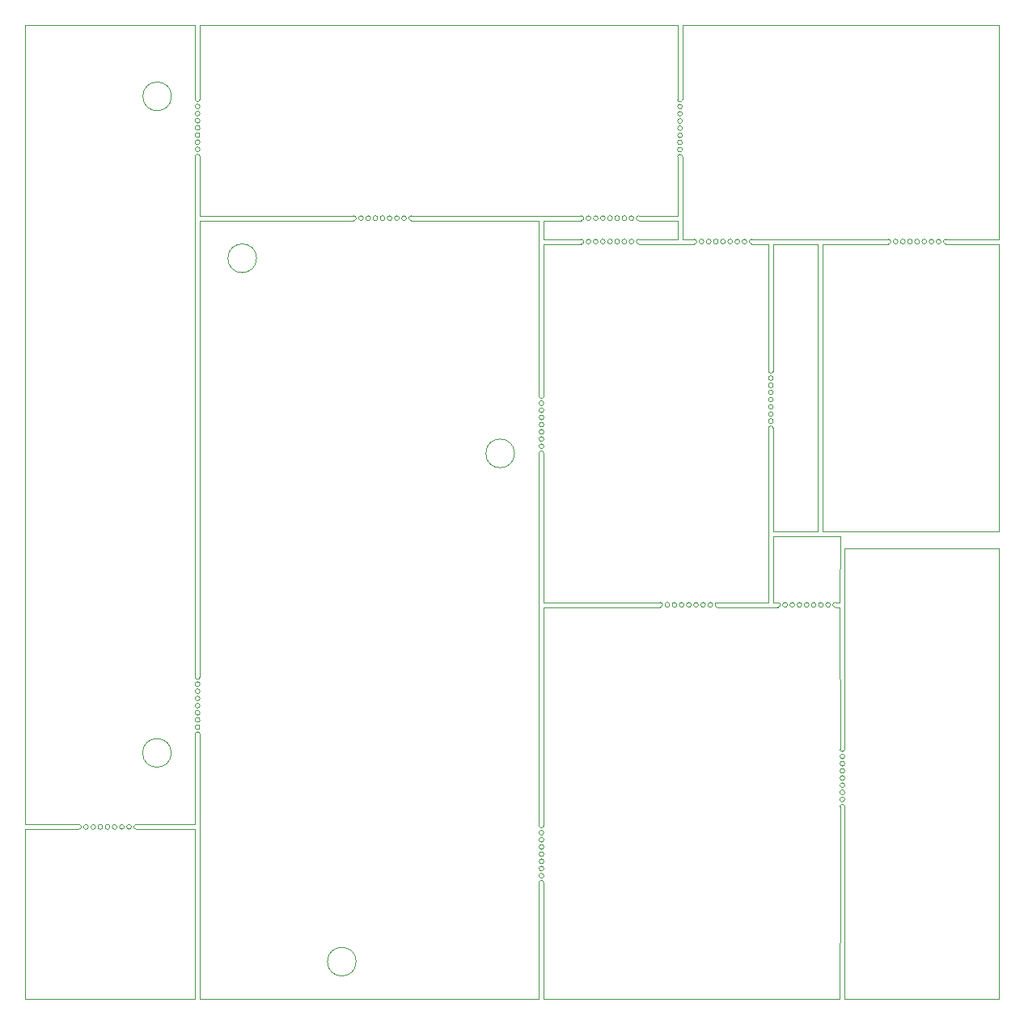
<source format=gbr>
%TF.GenerationSoftware,KiCad,Pcbnew,(6.0.5)*%
%TF.CreationDate,2023-05-31T00:43:39+03:00*%
%TF.ProjectId,JLC1,4a4c4331-2e6b-4696-9361-645f70636258,rev?*%
%TF.SameCoordinates,Original*%
%TF.FileFunction,Profile,NP*%
%FSLAX46Y46*%
G04 Gerber Fmt 4.6, Leading zero omitted, Abs format (unit mm)*
G04 Created by KiCad (PCBNEW (6.0.5)) date 2023-05-31 00:43:39*
%MOMM*%
%LPD*%
G01*
G04 APERTURE LIST*
%TA.AperFunction,Profile*%
%ADD10C,0.100000*%
%TD*%
G04 APERTURE END LIST*
D10*
X113970000Y-114395000D02*
G75*
G03*
X113970000Y-114395000I-250000J0D01*
G01*
X176320000Y-91145000D02*
G75*
G03*
X176320000Y-91145000I-250000J0D01*
G01*
X194720000Y-53370000D02*
G75*
G03*
X194720000Y-52870000I-200J250000D01*
G01*
X172645000Y-52870000D02*
X168570050Y-52870000D01*
X206320000Y-132420000D02*
X206320000Y-86370000D01*
X162570050Y-50920000D02*
G75*
G03*
X162570050Y-50420000I-50J250000D01*
G01*
X190145000Y-108519950D02*
G75*
G03*
X190145000Y-108519950I-250000J0D01*
G01*
X122645000Y-42720000D02*
G75*
G03*
X122645000Y-42720000I-250000J0D01*
G01*
X122645000Y-104695000D02*
G75*
G03*
X122145000Y-104695000I-250000J0D01*
G01*
X183145100Y-90895000D02*
X182645000Y-90895000D01*
X122645000Y-43470000D02*
G75*
G03*
X122645000Y-43470000I-250000J0D01*
G01*
X122145000Y-30420000D02*
X122145000Y-38220000D01*
X182645000Y-83445000D02*
X182645000Y-79920000D01*
X172645000Y-50920000D02*
X172645000Y-52870000D01*
X190145000Y-120704000D02*
X190145000Y-132420000D01*
X200720000Y-53370000D02*
X206320000Y-53370000D01*
X138995000Y-128495000D02*
G75*
G03*
X138995000Y-128495000I-1500000J0D01*
G01*
X158145000Y-132420000D02*
X122645000Y-132420000D01*
X122145000Y-104695000D02*
X122145000Y-105045000D01*
X109970000Y-114645000D02*
X104320000Y-114645000D01*
X158144500Y-120246000D02*
X158145000Y-132420000D01*
X174395050Y-53370000D02*
G75*
G03*
X174395050Y-52870000I-50J250000D01*
G01*
X158644500Y-116496000D02*
G75*
G03*
X158644500Y-116496000I-250000J0D01*
G01*
X177645050Y-53120000D02*
G75*
G03*
X177645050Y-53120000I-250000J0D01*
G01*
X190145000Y-132420000D02*
X206320000Y-132420000D01*
X155570000Y-75295000D02*
G75*
G03*
X155570000Y-75295000I-1500000J0D01*
G01*
X199470000Y-53120000D02*
G75*
G03*
X199470000Y-53120000I-250000J0D01*
G01*
X190145000Y-111519950D02*
G75*
G03*
X190145000Y-111519950I-250000J0D01*
G01*
X158144500Y-114246000D02*
X158145000Y-75288750D01*
X158639500Y-132420000D02*
X189639500Y-132420000D01*
X140507450Y-50670000D02*
G75*
G03*
X140507450Y-50670000I-250000J0D01*
G01*
X158145000Y-50920000D02*
X158145000Y-69288750D01*
X182155000Y-66664950D02*
X182145000Y-55395000D01*
X174820000Y-91145000D02*
G75*
G03*
X174820000Y-91145000I-250000J0D01*
G01*
X122645000Y-102445000D02*
G75*
G03*
X122645000Y-102445000I-250000J0D01*
G01*
X122145000Y-38220000D02*
G75*
G03*
X122645000Y-38220000I250000J0D01*
G01*
X187820000Y-82553750D02*
X187820000Y-83453750D01*
X182655000Y-71164950D02*
G75*
G03*
X182655000Y-71164950I-250000J0D01*
G01*
X158644500Y-117246000D02*
G75*
G03*
X158644500Y-117246000I-250000J0D01*
G01*
X158645000Y-73788750D02*
G75*
G03*
X158645000Y-73788750I-250000J0D01*
G01*
X122645000Y-41220000D02*
G75*
G03*
X122645000Y-41220000I-250000J0D01*
G01*
X173145000Y-38220000D02*
X173145000Y-30420000D01*
X164320050Y-53120000D02*
G75*
G03*
X164320050Y-53120000I-250000J0D01*
G01*
X173145000Y-42745000D02*
G75*
G03*
X173145000Y-42745000I-250000J0D01*
G01*
X172645000Y-50395000D02*
X172645000Y-50420000D01*
X138757450Y-50920000D02*
G75*
G03*
X138757450Y-50420000I50J250000D01*
G01*
X168570050Y-50420000D02*
G75*
G03*
X168570050Y-50920000I-50J-250000D01*
G01*
X175570000Y-91145000D02*
G75*
G03*
X175570000Y-91145000I-250000J0D01*
G01*
X122645000Y-103195000D02*
G75*
G03*
X122645000Y-103195000I-250000J0D01*
G01*
X144757450Y-50420000D02*
G75*
G03*
X144757450Y-50920000I50J-250000D01*
G01*
X176145050Y-53120000D02*
G75*
G03*
X176145050Y-53120000I-250000J0D01*
G01*
X172645000Y-38245000D02*
G75*
G03*
X173145000Y-38245000I250000J0D01*
G01*
X198720000Y-53120000D02*
G75*
G03*
X198720000Y-53120000I-250000J0D01*
G01*
X189645000Y-106269950D02*
X189639500Y-91395000D01*
X122645000Y-40470000D02*
G75*
G03*
X122645000Y-40470000I-250000J0D01*
G01*
X184145100Y-91145000D02*
G75*
G03*
X184145100Y-91145000I-250000J0D01*
G01*
X182145000Y-90895000D02*
X176820000Y-90895000D01*
X190145000Y-107769950D02*
G75*
G03*
X190145000Y-107769950I-250000J0D01*
G01*
X194720000Y-52870000D02*
X180395050Y-52870000D01*
X182145000Y-79270000D02*
X182145000Y-90895000D01*
X122145000Y-30420000D02*
X104320000Y-30420000D01*
X173320000Y-91145000D02*
G75*
G03*
X173320000Y-91145000I-250000J0D01*
G01*
X122645000Y-39720000D02*
G75*
G03*
X122645000Y-39720000I-250000J0D01*
G01*
X165820050Y-53120000D02*
G75*
G03*
X165820050Y-53120000I-250000J0D01*
G01*
X158639500Y-121536000D02*
X158644500Y-120246000D01*
X168570050Y-50920000D02*
X172645000Y-50920000D01*
X182155000Y-66664950D02*
G75*
G03*
X182655000Y-66664950I250000J-50D01*
G01*
X122645000Y-50920000D02*
X138757450Y-50920000D01*
X182645000Y-55395000D02*
X182655000Y-66664950D01*
X189145100Y-91395000D02*
X189639500Y-91395000D01*
X122145000Y-44220000D02*
X122145000Y-98695000D01*
X200720000Y-52870000D02*
G75*
G03*
X200720000Y-53370000I100J-250000D01*
G01*
X187345000Y-65595000D02*
X187345000Y-66095000D01*
X189145100Y-90895000D02*
X189639500Y-90895000D01*
X190145000Y-112269950D02*
G75*
G03*
X189645000Y-112269950I-250000J-50D01*
G01*
X179895050Y-53120000D02*
G75*
G03*
X179895050Y-53120000I-250000J0D01*
G01*
X204095000Y-30420000D02*
X206320000Y-30420000D01*
X172645000Y-50420000D02*
X168570050Y-50420000D01*
X182645000Y-53370000D02*
X182645000Y-55395000D01*
X168570050Y-52870000D02*
G75*
G03*
X168570050Y-53370000I-50J-250000D01*
G01*
X122645000Y-50420000D02*
X122645000Y-44245000D01*
X187145100Y-91145000D02*
G75*
G03*
X187145100Y-91145000I-250000J0D01*
G01*
X122145000Y-114645000D02*
X122145000Y-132420000D01*
X168070050Y-50670000D02*
G75*
G03*
X168070050Y-50670000I-250000J0D01*
G01*
X158645000Y-53370000D02*
X158645000Y-69288750D01*
X143507450Y-50670000D02*
G75*
G03*
X143507450Y-50670000I-250000J0D01*
G01*
X158644500Y-114996000D02*
G75*
G03*
X158644500Y-114996000I-250000J0D01*
G01*
X158645000Y-52870000D02*
X158645000Y-50945000D01*
X122645000Y-44220000D02*
G75*
G03*
X122145000Y-44220000I-250000J0D01*
G01*
X162570050Y-52870000D02*
X158645000Y-52870000D01*
X122645000Y-38220000D02*
X122645000Y-30420000D01*
X190145000Y-110769950D02*
G75*
G03*
X190145000Y-110769950I-250000J0D01*
G01*
X182645000Y-83445000D02*
X187345000Y-83445000D01*
X173145000Y-41245000D02*
G75*
G03*
X173145000Y-41245000I-250000J0D01*
G01*
X158645000Y-70788750D02*
G75*
G03*
X158645000Y-70788750I-250000J0D01*
G01*
X164320050Y-50670000D02*
G75*
G03*
X164320050Y-50670000I-250000J0D01*
G01*
X158644500Y-117996000D02*
G75*
G03*
X158644500Y-117996000I-250000J0D01*
G01*
X187345000Y-65595000D02*
X187345000Y-53370000D01*
X194720000Y-53370000D02*
X187820000Y-53378750D01*
X128570000Y-54870000D02*
G75*
G03*
X128570000Y-54870000I-1500000J0D01*
G01*
X158639500Y-127536000D02*
X158639500Y-132420000D01*
X206320000Y-83453750D02*
X187820000Y-83453750D01*
X112470000Y-114395000D02*
G75*
G03*
X112470000Y-114395000I-250000J0D01*
G01*
X122145000Y-105045000D02*
X122145000Y-111045000D01*
X189639500Y-132420000D02*
X189645000Y-120704000D01*
X158644500Y-119496000D02*
G75*
G03*
X158644500Y-119496000I-250000J0D01*
G01*
X170820000Y-91395000D02*
X158639500Y-91386000D01*
X114720000Y-114395000D02*
G75*
G03*
X114720000Y-114395000I-250000J0D01*
G01*
X158645000Y-71538750D02*
G75*
G03*
X158645000Y-71538750I-250000J0D01*
G01*
X104345000Y-30420000D02*
X104320000Y-114145000D01*
X187820000Y-82553750D02*
X187820000Y-53378750D01*
X110970000Y-114395000D02*
G75*
G03*
X110970000Y-114395000I-250000J0D01*
G01*
X158645000Y-53370000D02*
X162570050Y-53370000D01*
X119670000Y-37920000D02*
G75*
G03*
X119670000Y-37920000I-1500000J0D01*
G01*
X186395100Y-91145000D02*
G75*
G03*
X186395100Y-91145000I-250000J0D01*
G01*
X189645000Y-106269950D02*
G75*
G03*
X190145000Y-106269950I250000J-50D01*
G01*
X115970000Y-114145000D02*
X122145000Y-114145000D01*
X182645000Y-90895000D02*
X182645000Y-83945000D01*
X163570050Y-53120000D02*
G75*
G03*
X163570050Y-53120000I-250000J0D01*
G01*
X188645100Y-91145000D02*
G75*
G03*
X188645100Y-91145000I-250000J0D01*
G01*
X170820000Y-91395000D02*
G75*
G03*
X170820000Y-90895000I-100J250000D01*
G01*
X182145000Y-53370000D02*
X180395050Y-53370000D01*
X178395050Y-53120000D02*
G75*
G03*
X178395050Y-53120000I-250000J0D01*
G01*
X173145000Y-38995000D02*
G75*
G03*
X173145000Y-38995000I-250000J0D01*
G01*
X182655000Y-72664950D02*
X182645000Y-79920000D01*
X183145100Y-91395000D02*
X176820000Y-91395000D01*
X122145000Y-111045000D02*
X122145000Y-114145000D01*
X162570050Y-53370000D02*
G75*
G03*
X162570050Y-52870000I-50J250000D01*
G01*
X174395050Y-52870000D02*
X173145000Y-52870000D01*
X165070050Y-50670000D02*
G75*
G03*
X165070050Y-50670000I-250000J0D01*
G01*
X163570050Y-50670000D02*
G75*
G03*
X163570050Y-50670000I-250000J0D01*
G01*
X122645000Y-50920000D02*
X122645000Y-98695000D01*
X122645000Y-99445000D02*
G75*
G03*
X122645000Y-99445000I-250000J0D01*
G01*
X185645100Y-91145000D02*
G75*
G03*
X185645100Y-91145000I-250000J0D01*
G01*
X195720000Y-53120000D02*
G75*
G03*
X195720000Y-53120000I-250000J0D01*
G01*
X190145000Y-112269950D02*
X190145000Y-120704000D01*
X158645000Y-70038750D02*
G75*
G03*
X158645000Y-70038750I-250000J0D01*
G01*
X168070050Y-53120000D02*
G75*
G03*
X168070050Y-53120000I-250000J0D01*
G01*
X206320000Y-82553750D02*
X206320000Y-83453750D01*
X173145000Y-41995000D02*
G75*
G03*
X173145000Y-41995000I-250000J0D01*
G01*
X158644500Y-115746000D02*
G75*
G03*
X158644500Y-115746000I-250000J0D01*
G01*
X158644500Y-118746000D02*
G75*
G03*
X158644500Y-118746000I-250000J0D01*
G01*
X173145000Y-44245000D02*
G75*
G03*
X172645000Y-44245000I-250000J0D01*
G01*
X158144500Y-114246000D02*
G75*
G03*
X158644500Y-114246000I250000J-50D01*
G01*
X158145000Y-69288750D02*
G75*
G03*
X158645000Y-69288750I250000J-50D01*
G01*
X158645000Y-50920000D02*
X162570050Y-50920000D01*
X189145100Y-90895000D02*
G75*
G03*
X189145100Y-91395000I0J-250000D01*
G01*
X168570050Y-53370000D02*
X174395050Y-53370000D01*
X173145000Y-43495000D02*
G75*
G03*
X173145000Y-43495000I-250000J0D01*
G01*
X187895100Y-91145000D02*
G75*
G03*
X187895100Y-91145000I-250000J0D01*
G01*
X115970000Y-114645000D02*
X122145000Y-114645000D01*
X189645000Y-120704000D02*
X189645000Y-112269950D01*
X115970000Y-114145000D02*
G75*
G03*
X115970000Y-114645000I100J-250000D01*
G01*
X158644500Y-120246000D02*
G75*
G03*
X158144500Y-120246000I-250000J-50D01*
G01*
X190145000Y-85220000D02*
X206320000Y-85220000D01*
X162570050Y-50420000D02*
X144757450Y-50420000D01*
X182655000Y-68914950D02*
G75*
G03*
X182655000Y-68914950I-250000J0D01*
G01*
X158645000Y-74538750D02*
G75*
G03*
X158645000Y-74538750I-250000J0D01*
G01*
X197970000Y-53120000D02*
G75*
G03*
X197970000Y-53120000I-250000J0D01*
G01*
X176820000Y-90895000D02*
G75*
G03*
X176820000Y-91395000I0J-250000D01*
G01*
X122645000Y-30420000D02*
X172645000Y-30420000D01*
X196470000Y-53120000D02*
G75*
G03*
X196470000Y-53120000I-250000J0D01*
G01*
X190145000Y-109269950D02*
G75*
G03*
X190145000Y-109269950I-250000J0D01*
G01*
X182655000Y-68164950D02*
G75*
G03*
X182655000Y-68164950I-250000J0D01*
G01*
X142007450Y-50670000D02*
G75*
G03*
X142007450Y-50670000I-250000J0D01*
G01*
X122145000Y-132420000D02*
X104320000Y-132420000D01*
X122145000Y-98695000D02*
G75*
G03*
X122645000Y-98695000I250000J0D01*
G01*
X175395050Y-53120000D02*
G75*
G03*
X175395050Y-53120000I-250000J0D01*
G01*
X174070000Y-91145000D02*
G75*
G03*
X174070000Y-91145000I-250000J0D01*
G01*
X172570000Y-91145000D02*
G75*
G03*
X172570000Y-91145000I-250000J0D01*
G01*
X206320000Y-30420000D02*
X206320000Y-52870000D01*
X172645000Y-30420000D02*
X172645000Y-38245000D01*
X179145050Y-53120000D02*
G75*
G03*
X179145050Y-53120000I-250000J0D01*
G01*
X173145000Y-44245000D02*
X173145000Y-52870000D01*
X173145000Y-40495000D02*
G75*
G03*
X173145000Y-40495000I-250000J0D01*
G01*
X122645000Y-103945000D02*
G75*
G03*
X122645000Y-103945000I-250000J0D01*
G01*
X122645000Y-100195000D02*
G75*
G03*
X122645000Y-100195000I-250000J0D01*
G01*
X176895050Y-53120000D02*
G75*
G03*
X176895050Y-53120000I-250000J0D01*
G01*
X182655000Y-70414950D02*
G75*
G03*
X182655000Y-70414950I-250000J0D01*
G01*
X122645000Y-101695000D02*
G75*
G03*
X122645000Y-101695000I-250000J0D01*
G01*
X170820000Y-90895000D02*
X158645000Y-90895000D01*
X180395050Y-52870000D02*
G75*
G03*
X180395050Y-53370000I-50J-250000D01*
G01*
X158645000Y-75288750D02*
X158645000Y-90895000D01*
X190145000Y-106269950D02*
X190145000Y-85220000D01*
X158645000Y-73038750D02*
G75*
G03*
X158645000Y-73038750I-250000J0D01*
G01*
X187345000Y-83445000D02*
X187345000Y-66095000D01*
X182655000Y-71914950D02*
G75*
G03*
X182655000Y-71914950I-250000J0D01*
G01*
X182655000Y-69664950D02*
G75*
G03*
X182655000Y-69664950I-250000J0D01*
G01*
X122645000Y-100945000D02*
G75*
G03*
X122645000Y-100945000I-250000J0D01*
G01*
X190145000Y-107019950D02*
G75*
G03*
X190145000Y-107019950I-250000J0D01*
G01*
X182655000Y-67414950D02*
G75*
G03*
X182655000Y-67414950I-250000J0D01*
G01*
X182645000Y-53370000D02*
X187345000Y-53370000D01*
X182155000Y-72664950D02*
X182145000Y-79270000D01*
X171820000Y-91145000D02*
G75*
G03*
X171820000Y-91145000I-250000J0D01*
G01*
X172645000Y-44270000D02*
X172645000Y-50420000D01*
X189639500Y-90895000D02*
X189645000Y-83945000D01*
X183145100Y-91395000D02*
G75*
G03*
X183145100Y-90895000I-100J250000D01*
G01*
X158639500Y-121536000D02*
X158639500Y-127536000D01*
X197220000Y-53120000D02*
G75*
G03*
X197220000Y-53120000I-250000J0D01*
G01*
X173145000Y-30420000D02*
X204095000Y-30420000D01*
X206320000Y-53370000D02*
X206320000Y-82553750D01*
X158644500Y-114246000D02*
X158639500Y-91386000D01*
X111720000Y-114395000D02*
G75*
G03*
X111720000Y-114395000I-250000J0D01*
G01*
X158645000Y-50945000D02*
X158645000Y-50920000D01*
X166570050Y-50670000D02*
G75*
G03*
X166570050Y-50670000I-250000J0D01*
G01*
X184895100Y-91145000D02*
G75*
G03*
X184895100Y-91145000I-250000J0D01*
G01*
X113220000Y-114395000D02*
G75*
G03*
X113220000Y-114395000I-250000J0D01*
G01*
X190145000Y-110019950D02*
G75*
G03*
X190145000Y-110019950I-250000J0D01*
G01*
X115470000Y-114395000D02*
G75*
G03*
X115470000Y-114395000I-250000J0D01*
G01*
X165820050Y-50670000D02*
G75*
G03*
X165820050Y-50670000I-250000J0D01*
G01*
X122645000Y-104695000D02*
X122645000Y-132420000D01*
X141257450Y-50670000D02*
G75*
G03*
X141257450Y-50670000I-250000J0D01*
G01*
X119645000Y-106645000D02*
G75*
G03*
X119645000Y-106645000I-1500000J0D01*
G01*
X206320000Y-85220000D02*
X206320000Y-86370000D01*
X158645000Y-72288750D02*
G75*
G03*
X158645000Y-72288750I-250000J0D01*
G01*
X122645000Y-38970000D02*
G75*
G03*
X122645000Y-38970000I-250000J0D01*
G01*
X182645000Y-83945000D02*
X189645000Y-83945000D01*
X144757450Y-50920000D02*
X158145000Y-50920000D01*
X142757450Y-50670000D02*
G75*
G03*
X142757450Y-50670000I-250000J0D01*
G01*
X122645000Y-41970000D02*
G75*
G03*
X122645000Y-41970000I-250000J0D01*
G01*
X167320050Y-53120000D02*
G75*
G03*
X167320050Y-53120000I-250000J0D01*
G01*
X139757450Y-50670000D02*
G75*
G03*
X139757450Y-50670000I-250000J0D01*
G01*
X166570050Y-53120000D02*
G75*
G03*
X166570050Y-53120000I-250000J0D01*
G01*
X109970000Y-114645000D02*
G75*
G03*
X109970000Y-114145000I0J250000D01*
G01*
X144257450Y-50670000D02*
G75*
G03*
X144257450Y-50670000I-250000J0D01*
G01*
X165070050Y-53120000D02*
G75*
G03*
X165070050Y-53120000I-250000J0D01*
G01*
X173145000Y-39745000D02*
G75*
G03*
X173145000Y-39745000I-250000J0D01*
G01*
X167320050Y-50670000D02*
G75*
G03*
X167320050Y-50670000I-250000J0D01*
G01*
X182655000Y-72664950D02*
G75*
G03*
X182155000Y-72664950I-250000J-50D01*
G01*
X104320000Y-114145000D02*
X109970000Y-114145000D01*
X104320000Y-114645000D02*
X104320000Y-132420000D01*
X158645000Y-75288750D02*
G75*
G03*
X158145000Y-75288750I-250000J-50D01*
G01*
X182145000Y-53370000D02*
X182145000Y-55395000D01*
X200720000Y-52870000D02*
X206320000Y-52870000D01*
X138757450Y-50420000D02*
X122645000Y-50420000D01*
X200220000Y-53120000D02*
G75*
G03*
X200220000Y-53120000I-250000J0D01*
G01*
M02*

</source>
